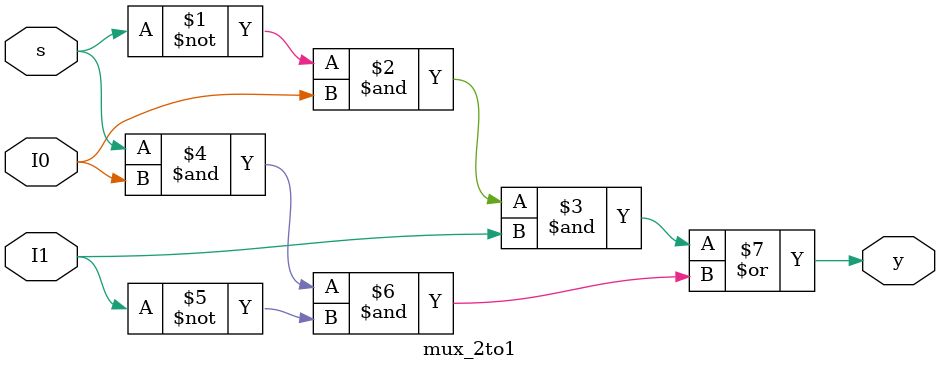
<source format=v>
module mux_2to1(output y,input I0,I1,s);
    assign y= (~s&I0&I1)| (s&I0&~I1);
endmodule
</source>
